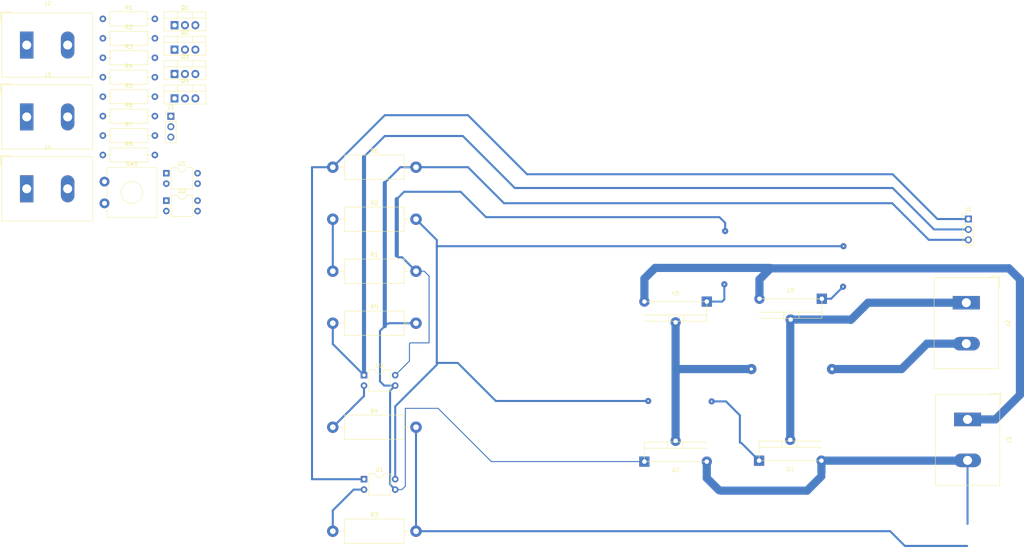
<source format=kicad_pcb>
(kicad_pcb (version 20240108) (generator "pcbnew") (generator_version "8.0")
  (title_block (title "Puente H Power Mosfet") (date "21/08/2024") (rev "1") (company "Danilo Melión"))
  (layers (0 "F.Cu" signal) (31 "B.Cu" signal) (34 "B.Paste" user) (35 "F.Paste" user) (36 "B.SilkS" user "B.Silkscreen") (37 "F.SilkS" user "F.Silkscreen") (38 "B.Mask" user) (39 "F.Mask" user) (44 "Edge.Cuts" user))
  (net 0 "")
  (net 1 "PWM1")
  (net 2 "PWM2")
  (net 3 "GND")
  (net 4 "Net-(J2-Pin_1)")
  (net 5 "Net-(J2-Pin_2)")
  (net 6 "Net-(Q1-G)")
  (net 7 "Net-(Q2-G)")
  (net 8 "Net-(R3-Pad1)")
  (net 9 "Net-(R4-Pad1)")
  (net 10 "+12V")
  (net 11 "+24V")
  (net 12 "Net-(SW2-B)")
  (net 13 "+15V")
  (net 14 "Net-(Q3-G)")
  (net 15 "Net-(R1-Pad2)")
  (net 16 "Net-(SW1-B)")
  (net 17 "Net-(R6-Pad1)")
  (net 18 "Net-(R7-Pad1)")
  (net 19 "GND PWR")
  (footprint "Package_DIP:DIP-4_W7.62mm" (layer "F.Cu") (at 88.9 88.9)
    (property "Reference" "U2" (at 3.81 -2.33 0) (layer "F.SilkS"))
    (property "Value" "PC817")
    (fp_line (start 1.16 -1.33) (end 1.16 3.87) (stroke (width 0.12)) (layer "F.SilkS"))
    (fp_line (start 1.16 3.87) (end 6.46 3.87) (stroke (width 0.12)) (layer "F.SilkS"))
    (fp_line (start 2.81 -1.33) (end 1.16 -1.33) (stroke (width 0.12)) (layer "F.SilkS"))
    (fp_line (start 6.46 -1.33) (end 4.81 -1.33) (stroke (width 0.12)) (layer "F.SilkS"))
    (fp_line (start 6.46 3.87) (end 6.46 -1.33) (stroke (width 0.12)) (layer "F.SilkS"))
    (fp_arc (start 4.81 -1.33) (mid 3.81 -0.33) (end 2.81 -1.33) (stroke (width 0.12)) (layer "F.SilkS"))
    (pad "1" thru_hole rect (at 0 0) (size 1.6 1.6) (drill 0.8) (layers "*.Cu" "*.Mask") (net 2 "PWM2"))
    (pad "2" thru_hole oval (at 0 2.54) (size 1.6 1.6) (drill 0.8) (layers "*.Cu" "*.Mask") (net 9 "Net-(R4-Pad1)"))
    (pad "3" thru_hole oval (at 7.62 2.54) (size 1.6 1.6) (drill 0.8) (layers "*.Cu" "*.Mask") (net 3 "GND"))
    (pad "4" thru_hole oval (at 7.62 0) (size 1.6 1.6) (drill 0.8) (layers "*.Cu" "*.Mask") (net 7 "Net-(Q2-G)"))
  )
  (footprint "Resistor_THT:R_Axial_DIN0614_L14.3mm_D5.7mm_P20.32mm_Horizontal" (layer "F.Cu") (at 81.28 63.5)
    (property "Reference" "R1" (at 10.16 -3.97 0) (layer "F.SilkS"))
    (property "Value" "1k")
    (fp_line (start 1.64 0) (end 2.89 0) (stroke (width 0.12)) (layer "F.SilkS"))
    (fp_line (start 2.89 -2.97) (end 2.89 2.97) (stroke (width 0.12)) (layer "F.SilkS"))
    (fp_line (start 2.89 2.97) (end 17.43 2.97) (stroke (width 0.12)) (layer "F.SilkS"))
    (fp_line (start 17.43 -2.97) (end 2.89 -2.97) (stroke (width 0.12)) (layer "F.SilkS"))
    (fp_line (start 17.43 2.97) (end 17.43 -2.97) (stroke (width 0.12)) (layer "F.SilkS"))
    (fp_line (start 18.68 0) (end 17.43 0) (stroke (width 0.12)) (layer "F.SilkS"))
    (pad "1" thru_hole circle (at 0 0) (size 2.8 2.8) (drill 1.4) (layers "*.Cu" "*.Mask") (net 10 "+12V"))
    (pad "2" thru_hole oval (at 20.32 0) (size 2.8 2.8) (drill 1.4) (layers "*.Cu" "*.Mask") (net 7 "Net-(Q2-G)"))
  )
  (footprint "Package_DIP:DIP-4_W7.62mm" (layer "F.Cu") (at 88.9 114.3)
    (property "Reference" "U1" (at 3.81 -2.33 0) (layer "F.SilkS"))
    (property "Value" "PC817")
    (fp_line (start 1.16 -1.33) (end 1.16 3.87) (stroke (width 0.12)) (layer "F.SilkS"))
    (fp_line (start 1.16 3.87) (end 6.46 3.87) (stroke (width 0.12)) (layer "F.SilkS"))
    (fp_line (start 2.81 -1.33) (end 1.16 -1.33) (stroke (width 0.12)) (layer "F.SilkS"))
    (fp_line (start 6.46 -1.33) (end 4.81 -1.33) (stroke (width 0.12)) (layer "F.SilkS"))
    (fp_line (start 6.46 3.87) (end 6.46 -1.33) (stroke (width 0.12)) (layer "F.SilkS"))
    (fp_arc (start 4.81 -1.33) (mid 3.81 -0.33) (end 2.81 -1.33) (stroke (width 0.12)) (layer "F.SilkS"))
    (pad "1" thru_hole rect (at 0 0) (size 1.6 1.6) (drill 0.8) (layers "*.Cu" "*.Mask") (net 1 "PWM1"))
    (pad "2" thru_hole oval (at 0 2.54) (size 1.6 1.6) (drill 0.8) (layers "*.Cu" "*.Mask") (net 8 "Net-(R3-Pad1)"))
    (pad "3" thru_hole oval (at 7.62 2.54) (size 1.6 1.6) (drill 0.8) (layers "*.Cu" "*.Mask") (net 3 "GND"))
    (pad "4" thru_hole oval (at 7.62 0) (size 1.6 1.6) (drill 0.8) (layers "*.Cu" "*.Mask") (net 6 "Net-(Q1-G)"))
  )
  (footprint "Package_DIP:DIP-4_W7.62mm" (layer "F.Cu") (at 40.625 39.575)
    (property "Reference" "U1" (at 3.81 -2.33 0) (layer "F.SilkS"))
    (property "Value" "PC817")
    (fp_line (start 1.16 -1.33) (end 1.16 3.87) (stroke (width 0.12)) (layer "F.SilkS"))
    (fp_line (start 1.16 3.87) (end 6.46 3.87) (stroke (width 0.12)) (layer "F.SilkS"))
    (fp_line (start 2.81 -1.33) (end 1.16 -1.33) (stroke (width 0.12)) (layer "F.SilkS"))
    (fp_line (start 6.46 -1.33) (end 4.81 -1.33) (stroke (width 0.12)) (layer "F.SilkS"))
    (fp_line (start 6.46 3.87) (end 6.46 -1.33) (stroke (width 0.12)) (layer "F.SilkS"))
    (fp_arc (start 4.81 -1.33) (mid 3.81 -0.33) (end 2.81 -1.33) (stroke (width 0.12)) (layer "F.SilkS"))
    (pad "1" thru_hole rect (at 0 0) (size 1.6 1.6) (drill 0.8) (layers "*.Cu" "*.Mask") (net 15 "Net-(R1-Pad2)"))
    (pad "2" thru_hole oval (at 0 2.54) (size 1.6 1.6) (drill 0.8) (layers "*.Cu" "*.Mask") (net 8 "Net-(R3-Pad1)"))
    (pad "3" thru_hole oval (at 7.62 2.54) (size 1.6 1.6) (drill 0.8) (layers "*.Cu" "*.Mask") (net 19 "GND PWR"))
    (pad "4" thru_hole oval (at 7.62 0) (size 1.6 1.6) (drill 0.8) (layers "*.Cu" "*.Mask") (net 6 "Net-(Q1-G)"))
  )
  (footprint "Package_TO_SOT_THT:TO-220-3_Vertical" (layer "F.Cu") (at 42.635 21.305)
    (property "Reference" "Q4" (at 2.54 -4.27 0) (layer "F.SilkS"))
    (property "Value" "IRLZ44N")
    (fp_line (start -2.58 -3.27) (end -2.58 1.371) (stroke (width 0.12)) (layer "F.SilkS"))
    (fp_line (start -2.58 -3.27) (end 7.66 -3.27) (stroke (width 0.12)) (layer "F.SilkS"))
    (fp_line (start -2.58 -1.76) (end 7.66 -1.76) (stroke (width 0.12)) (layer "F.SilkS"))
    (fp_line (start -2.58 1.371) (end 7.66 1.371) (stroke (width 0.12)) (layer "F.SilkS"))
    (fp_line (start 0.69 -3.27) (end 0.69 -1.76) (stroke (width 0.12)) (layer "F.SilkS"))
    (fp_line (start 4.391 -3.27) (end 4.391 -1.76) (stroke (width 0.12)) (layer "F.SilkS"))
    (fp_line (start 7.66 -3.27) (end 7.66 1.371) (stroke (width 0.12)) (layer "F.SilkS"))
    (pad "1" thru_hole rect (at 0 0) (size 1.905 2) (drill 1.1) (layers "*.Cu" "*.Mask") (net 14 "Net-(Q3-G)"))
    (pad "2" thru_hole oval (at 2.54 0) (size 1.905 2) (drill 1.1) (layers "*.Cu" "*.Mask") (net 5 "Net-(J2-Pin_2)"))
    (pad "3" thru_hole oval (at 5.08 0) (size 1.905 2) (drill 1.1) (layers "*.Cu" "*.Mask") (net 19 "GND PWR"))
  )
  (footprint "custom_footprint:to-220 editado" (layer "F.Cu") (at 193 112.31)
    (property "Reference" "Q1" (at 0 -0.5 0) (layer "F.SilkS") (effects (font (thickness 0.1))))
    (property "Value" "IRLZ44N")
    (fp_line (start -7.62 -7.32) (end -7.62 -2.54) (stroke (width 0.12)) (layer "F.SilkS"))
    (fp_line (start -7.62 -7.32) (end 4.95 -7.32) (stroke (width 0.12)) (layer "F.SilkS"))
    (fp_line (start -7.62 -5.81) (end 7.62 -5.81) (stroke (width 0.12)) (layer "F.SilkS"))
    (fp_line (start -7.62 -2.54) (end 7.62 -2.54) (stroke (width 0.12)) (layer "F.SilkS"))
    (fp_line (start -2.02 -7.32) (end -2.02 -5.81) (stroke (width 0.12)) (layer "F.SilkS"))
    (fp_line (start 1.681 -7.32) (end 1.681 -5.81) (stroke (width 0.12)) (layer "F.SilkS"))
    (fp_line (start 7.62 -7.32) (end 4.95 -7.32) (stroke (width 0.12)) (layer "F.SilkS"))
    (pad "1" thru_hole rect (at -7.62 -2.54) (size 2.5 2.5) (drill 1.1) (layers "*.Cu" "*.Mask") (net 6 "Net-(Q1-G)"))
    (pad "2" thru_hole circle (at 0 -7.62) (size 2.5 2.5) (drill 1.1) (layers "*.Cu" "*.Mask") (net 4 "Net-(J2-Pin_1)"))
    (pad "3" thru_hole circle (at 7.62 -2.54) (size 2.5 2.5) (drill 1.1) (layers "*.Cu" "*.Mask") (net 3 "GND"))
  )
  (footprint "custom_footprint:to-220 editado" (layer "F.Cu") (at 165 68.38 180)
    (property "Reference" "Q4" (at 0 -0.5 180) (layer "F.SilkS") (effects (font (thickness 0.1))))
    (property "Value" "IRF4905")
    (fp_line (start 7.62 -7.32) (end 4.95 -7.32) (stroke (width 0.12)) (layer "F.SilkS"))
    (fp_line (start 1.681 -7.32) (end 1.681 -5.81) (stroke (width 0.12)) (layer "F.SilkS"))
    (fp_line (start -2.02 -7.32) (end -2.02 -5.81) (stroke (width 0.12)) (layer "F.SilkS"))
    (fp_line (start -7.62 -2.54) (end 7.62 -2.54) (stroke (width 0.12)) (layer "F.SilkS"))
    (fp_line (start -7.62 -5.81) (end 7.62 -5.81) (stroke (width 0.12)) (layer "F.SilkS"))
    (fp_line (start -7.62 -7.32) (end 4.95 -7.32) (stroke (width 0.12)) (layer "F.SilkS"))
    (fp_line (start -7.62 -7.32) (end -7.62 -2.54) (stroke (width 0.12)) (layer "F.SilkS"))
    (pad "1" thru_hole rect (at -7.62 -2.54 180) (size 2.5 2.5) (drill 1.1) (layers "*.Cu" "*.Mask") (net 7 "Net-(Q2-G)"))
    (pad "2" thru_hole oval (at 0 -7.62 180) (size 2.5 2.5) (drill 1.1) (layers "*.Cu" "*.Mask") (net 5 "Net-(J2-Pin_2)"))
    (pad "3" thru_hole oval (at 7.62 -2.54 180) (size 2.5 2.5) (drill 1.1) (layers "*.Cu" "*.Mask") (net 11 "+24V"))
  )
  (footprint "Resistor_THT:R_Axial_DIN0309_L9.0mm_D3.2mm_P12.70mm_Horizontal" (layer "F.Cu") (at 25.125 16.125)
    (property "Reference" "R4" (at 6.35 -2.72 0) (layer "F.SilkS"))
    (property "Value" "1k")
    (fp_line (start 1.04 0) (end 1.73 0) (stroke (width 0.12)) (layer "F.SilkS"))
    (fp_line (start 1.73 -1.72) (end 1.73 1.72) (stroke (width 0.12)) (layer "F.SilkS"))
    (fp_line (start 1.73 1.72) (end 10.97 1.72) (stroke (width 0.12)) (layer "F.SilkS"))
    (fp_line (start 10.97 -1.72) (end 1.73 -1.72) (stroke (width 0.12)) (layer "F.SilkS"))
    (fp_line (start 10.97 1.72) (end 10.97 -1.72) (stroke (width 0.12)) (layer "F.SilkS"))
    (fp_line (start 11.66 0) (end 10.97 0) (stroke (width 0.12)) (layer "F.SilkS"))
    (pad "1" thru_hole circle (at 0 0) (size 1.6 1.6) (drill 0.8) (layers "*.Cu" "*.Mask") (net 13 "+15V"))
    (pad "2" thru_hole oval (at 12.7 0) (size 1.6 1.6) (drill 0.8) (layers "*.Cu" "*.Mask") (net 6 "Net-(Q1-G)"))
  )
  (footprint "Package_TO_SOT_THT:TO-220-3_Vertical" (layer "F.Cu") (at 42.635 3.425)
    (property "Reference" "Q1" (at 2.54 -4.27 0) (layer "F.SilkS"))
    (property "Value" "IRF4905")
    (fp_line (start -2.58 -3.27) (end -2.58 1.371) (stroke (width 0.12)) (layer "F.SilkS"))
    (fp_line (start -2.58 -3.27) (end 7.66 -3.27) (stroke (width 0.12)) (layer "F.SilkS"))
    (fp_line (start -2.58 -1.76) (end 7.66 -1.76) (stroke (width 0.12)) (layer "F.SilkS"))
    (fp_line (start -2.58 1.371) (end 7.66 1.371) (stroke (width 0.12)) (layer "F.SilkS"))
    (fp_line (start 0.69 -3.27) (end 0.69 -1.76) (stroke (width 0.12)) (layer "F.SilkS"))
    (fp_line (start 4.391 -3.27) (end 4.391 -1.76) (stroke (width 0.12)) (layer "F.SilkS"))
    (fp_line (start 7.66 -3.27) (end 7.66 1.371) (stroke (width 0.12)) (layer "F.SilkS"))
    (pad "1" thru_hole rect (at 0 0) (size 1.905 2) (drill 1.1) (layers "*.Cu" "*.Mask") (net 6 "Net-(Q1-G)"))
    (pad "2" thru_hole oval (at 2.54 0) (size 1.905 2) (drill 1.1) (layers "*.Cu" "*.Mask") (net 4 "Net-(J2-Pin_1)"))
    (pad "3" thru_hole oval (at 5.08 0) (size 1.905 2) (drill 1.1) (layers "*.Cu" "*.Mask") (net 11 "+24V"))
  )
  (footprint "Resistor_THT:R_Axial_DIN0309_L9.0mm_D3.2mm_P12.70mm_Horizontal" (layer "F.Cu") (at 25.125 25.625)
    (property "Reference" "R6" (at 6.35 -2.72 0) (layer "F.SilkS"))
    (property "Value" "100")
    (fp_line (start 1.04 0) (end 1.73 0) (stroke (width 0.12)) (layer "F.SilkS"))
    (fp_line (start 1.73 -1.72) (end 1.73 1.72) (stroke (width 0.12)) (layer "F.SilkS"))
    (fp_line (start 1.73 1.72) (end 10.97 1.72) (stroke (width 0.12)) (layer "F.SilkS"))
    (fp_line (start 10.97 -1.72) (end 1.73 -1.72) (stroke (width 0.12)) (layer "F.SilkS"))
    (fp_line (start 10.97 1.72) (end 10.97 -1.72) (stroke (width 0.12)) (layer "F.SilkS"))
    (fp_line (start 11.66 0) (end 10.97 0) (stroke (width 0.12)) (layer "F.SilkS"))
    (pad "1" thru_hole circle (at 0 0) (size 1.6 1.6) (drill 0.8) (layers "*.Cu" "*.Mask") (net 17 "Net-(R6-Pad1)"))
    (pad "2" thru_hole oval (at 12.7 0) (size 1.6 1.6) (drill 0.8) (layers "*.Cu" "*.Mask") (net 16 "Net-(SW1-B)"))
  )
  (footprint "TerminalBlock_Dinkle:TerminalBlock_Dinkle_DT-55-B01X-02_P10.00mm" (layer "F.Cu") (at 236.3 99.7 -90)
    (property "Reference" "J3" (at 5.08 -10.16 90) (layer "F.SilkS"))
    (property "Value" "Alimentación")
    (fp_line (start -6.1 7.85) (end 16.1 7.85) (stroke (width 0.12)) (layer "F.SilkS"))
    (fp_line (start -6.1 7.85) (end -6.1 -7.85) (stroke (width 0.12)) (layer "F.SilkS"))
    (fp_line (start -6.35 -5.6) (end -6.35 -8.1) (stroke (width 0.12)) (layer "F.SilkS"))
    (fp_line (start -6.1 -7.85) (end 16.1 -7.85) (stroke (width 0.12)) (layer "F.SilkS"))
    (fp_line (start 16.1 -7.85) (end 16.1 7.85) (stroke (width 0.12)) (layer "F.SilkS"))
    (fp_line (start -6.35 -8.1) (end -3.85 -8.1) (stroke (width 0.12)) (layer "F.SilkS"))
    (pad "1" thru_hole rect (at 0 0 270) (size 3.3 6.6) (drill 2.2) (layers "*.Cu" "*.Mask") (net 11 "+24V"))
    (pad "2" thru_hole oval (at 10 0 270) (size 3.3 6.6) (drill 2.2) (layers "*.Cu" "*.Mask") (net 3 "GND"))
  )
  (footprint "Resistor_THT:R_Axial_DIN0614_L14.3mm_D5.7mm_P20.32mm_Horizontal" (layer "F.Cu") (at 81.28 50.8)
    (property "Reference" "R2" (at 10.16 -3.97 0) (layer "F.SilkS"))
    (property "Value" "1k")
    (fp_line (start 1.64 0) (end 2.89 0) (stroke (width 0.12)) (layer "F.SilkS"))
    (fp_line (start 2.89 -2.97) (end 2.89 2.97) (stroke (width 0.12)) (layer "F.SilkS"))
    (fp_line (start 2.89 2.97) (end 17.43 2.97) (stroke (width 0.12)) (layer "F.SilkS"))
    (fp_line (start 17.43 -2.97) (end 2.89 -2.97) (stroke (width 0.12)) (layer "F.SilkS"))
    (fp_line (start 17.43 2.97) (end 17.43 -2.97) (stroke (width 0.12)) (layer "F.SilkS"))
    (fp_line (start 18.68 0) (end 17.43 0) (stroke (width 0.12)) (layer "F.SilkS"))
    (pad "1" thru_hole circle (at 0 0) (size 2.8 2.8) (drill 1.4) (layers "*.Cu" "*.Mask") (net 10 "+12V"))
    (pad "2" thru_hole oval (at 20.32 0) (size 2.8 2.8) (drill 1.4) (layers "*.Cu" "*.Mask") (net 6 "Net-(Q1-G)"))
  )
  (footprint "TerminalBlock_Dinkle:TerminalBlock_Dinkle_DT-55-B01X-02_P10.00mm" (layer "F.Cu") (at 6.525 25.825)
    (property "Reference" "J3" (at 5.08 -10.16 0) (layer "F.SilkS"))
    (property "Value" "24V Alimentación")
    (fp_line (start -6.35 -8.1) (end -3.85 -8.1) (stroke (width 0.12)) (layer "F.SilkS"))
    (fp_line (start -6.35 -5.6) (end -6.35 -8.1) (stroke (width 0.12)) (layer "F.SilkS"))
    (fp_line (start -6.1 -7.85) (end 16.1 -7.85) (stroke (width 0.12)) (layer "F.SilkS"))
    (fp_line (start -6.1 7.85) (end -6.1 -7.85) (stroke (width 0.12)) (layer "F.SilkS"))
    (fp_line (start -6.1 7.85) (end 16.1 7.85) (stroke (width 0.12)) (layer "F.SilkS"))
    (fp_line (start 16.1 -7.85) (end 16.1 7.85) (stroke (width 0.12)) (layer "F.SilkS"))
    (pad "1" thru_hole rect (at 0 0) (size 3.3 6.6) (drill 2.2) (layers "*.Cu" "*.Mask") (net 11 "+24V"))
    (pad "2" thru_hole oval (at 10 0) (size 3.3 6.6) (drill 2.2) (layers "*.Cu" "*.Mask") (net 19 "GND PWR"))
  )
  (footprint "Resistor_THT:R_Axial_DIN0309_L9.0mm_D3.2mm_P12.70mm_Horizontal" (layer "F.Cu") (at 25.125 30.375)
    (property "Reference" "R7" (at 6.35 -2.72 0) (layer "F.SilkS"))
    (property "Value" "4k7")
    (fp_line (start 1.04 0) (end 1.73 0) (stroke (width 0.12)) (layer "F.SilkS"))
    (fp_line (start 1.73 -1.72) (end 1.73 1.72) (stroke (width 0.12)) (layer "F.SilkS"))
    (fp_line (start 1.73 1.72) (end 10.97 1.72) (stroke (width 0.12)) (layer "F.SilkS"))
    (fp_line (start 10.97 -1.72) (end 1.73 -1.72) (stroke (width 0.12)) (layer "F.SilkS"))
    (fp_line (start 10.97 1.72) (end 10.97 -1.72) (stroke (width 0.12)) (layer "F.SilkS"))
    (fp_line (start 11.66 0) (end 10.97 0) (stroke (width 0.12)) (layer "F.SilkS"))
    (pad "1" thru_hole circle (at 0 0) (size 1.6 1.6) (drill 0.8) (layers "*.Cu" "*.Mask") (net 18 "Net-(R7-Pad1)"))
    (pad "2" thru_hole oval (at 12.7 0) (size 1.6 1.6) (drill 0.8) (layers "*.Cu" "*.Mask") (net 3 "GND"))
  )
  (footprint "Resistor_THT:R_Axial_DIN0614_L14.3mm_D5.7mm_P20.32mm_Horizontal" (layer "F.Cu") (at 81.28 76.2)
    (property "Reference" "R5" (at 10.16 -3.97 0) (layer "F.SilkS"))
    (property "Value" "4k7")
    (fp_line (start 1.64 0) (end 2.89 0) (stroke (width 0.12)) (layer "F.SilkS"))
    (fp_line (start 2.89 -2.97) (end 2.89 2.97) (stroke (width 0.12)) (layer "F.SilkS"))
    (fp_line (start 2.89 2.97) (end 17.43 2.97) (stroke (width 0.12)) (layer "F.SilkS"))
    (fp_line (start 17.43 -2.97) (end 2.89 -2.97) (stroke (width 0.12)) (layer "F.SilkS"))
    (fp_line (start 17.43 2.97) (end 17.43 -2.97) (stroke (width 0.12)) (layer "F.SilkS"))
    (fp_line (start 18.68 0) (end 17.43 0) (stroke (width 0.12)) (layer "F.SilkS"))
    (pad "1" thru_hole circle (at 0 0) (size 2.8 2.8) (drill 1.4) (layers "*.Cu" "*.Mask") (net 2 "PWM2"))
    (pad "2" thru_hole oval (at 20.32 0) (size 2.8 2.8) (drill 1.4) (layers "*.Cu" "*.Mask") (net 3 "GND"))
  )
  (footprint "TerminalBlock_Dinkle:TerminalBlock_Dinkle_DT-55-B01X-02_P10.00mm" (layer "F.Cu") (at 6.525 8.275)
    (property "Reference" "J2" (at 5.08 -10.16 0) (layer "F.SilkS"))
    (property "Value" "MOTOR")
    (fp_line (start -6.35 -8.1) (end -3.85 -8.1) (stroke (width 0.12)) (layer "F.SilkS"))
    (fp_line (start -6.35 -5.6) (end -6.35 -8.1) (stroke (width 0.12)) (layer "F.SilkS"))
    (fp_line (start -6.1 -7.85) (end 16.1 -7.85) (stroke (width 0.12)) (layer "F.SilkS"))
    (fp_line (start -6.1 7.85) (end -6.1 -7.85) (stroke (width 0.12)) (layer "F.SilkS"))
    (fp_line (start -6.1 7.85) (end 16.1 7.85) (stroke (width 0.12)) (layer "F.SilkS"))
    (fp_line (start 16.1 -7.85) (end 16.1 7.85) (stroke (width 0.12)) (layer "F.SilkS"))
    (pad "1" thru_hole rect (at 0 0) (size 3.3 6.6) (drill 2.2) (layers "*.Cu" "*.Mask") (net 4 "Net-(J2-Pin_1)"))
    (pad "2" thru_hole oval (at 10 0) (size 3.3 6.6) (drill 2.2) (layers "*.Cu" "*.Mask") (net 5 "Net-(J2-Pin_2)"))
  )
  (footprint "Connector_PinHeader_2.54mm:PinHeader_1x03_P2.54mm_Vertical" (layer "F.Cu") (at 236.5 50.76)
    (property "Reference" "J1" (at 0 -2.33 0) (layer "F.SilkS"))
    (property "Value" "BORNERA X3")
    (fp_line (start -1.33 -1.33) (end 0 -1.33) (stroke (width 0.12)) (layer "F.SilkS"))
    (fp_line (start -1.33 0) (end -1.33 -1.33) (stroke (width 0.12)) (layer "F.SilkS"))
    (fp_line (start -1.33 1.27) (end -1.33 6.41) (stroke (width 0.12)) (layer "F.SilkS"))
    (fp_line (start -1.33 1.27) (end 1.33 1.27) (stroke (width 0.12)) (layer "F.SilkS"))
    (fp_line (start -1.33 6.41) (end 1.33 6.41) (stroke (width 0.12)) (layer "F.SilkS"))
    (fp_line (start 1.33 1.27) (end 1.33 6.41) (stroke (width 0.12)) (layer "F.SilkS"))
    (pad "1" thru_hole rect (at 0 0) (size 1.7 1.7) (drill 1) (layers "*.Cu" "*.Mask") (net 1 "PWM1"))
    (pad "2" thru_hole oval (at 0 2.54) (size 1.7 1.7) (drill 1) (layers "*.Cu" "*.Mask") (net 2 "PWM2"))
    (pad "3" thru_hole oval (at 0 5.08) (size 1.7 1.7) (drill 1) (layers "*.Cu" "*.Mask") (net 3 "GND"))
  )
  (footprint "custom_footprint:to-220 editado" (layer "F.Cu") (at 193.1 67.69 180)
    (property "Reference" "Q3" (at 0 -0.5 180) (layer "F.SilkS") (effects (font (thickness 0.1))))
    (property "Value" "IRF4905")
    (fp_line (start 7.62 -7.32) (end 4.95 -7.32) (stroke (width 0.12)) (layer "F.SilkS"))
    (fp_line (start 1.681 -7.32) (end 1.681 -5.81) (stroke (width 0.12)) (layer "F.SilkS"))
    (fp_line (start -2.02 -7.32) (end -2.02 -5.81) (stroke (width 0.12)) (layer "F.SilkS"))
    (fp_line (start -7.62 -2.54) (end 7.62 -2.54) (stroke (width 0.12)) (layer "F.SilkS"))
    (fp_line (start -7.62 -5.81) (end 7.62 -5.81) (stroke (width 0.12)) (layer "F.SilkS"))
    (fp_line (start -7.62 -7.32) (end 4.95 -7.32) (stroke (width 0.12)) (layer "F.SilkS"))
    (fp_line (start -7.62 -7.32) (end -7.62 -2.54) (stroke (width 0.12)) (layer "F.SilkS"))
    (pad "1" thru_hole rect (at -7.62 -2.54 180) (size 2.5 2.5) (drill 1.1) (layers "*.Cu" "*.Mask") (net 6 "Net-(Q1-G)"))
    (pad "2" thru_hole circle (at 0 -7.62 180) (size 2.5 2.5) (drill 1.1) (layers "*.Cu" "*.Mask") (net 4 "Net-(J2-Pin_1)"))
    (pad "3" thru_hole circle (at 7.62 -2.54 180) (size 2.5 2.5) (drill 1.1) (layers "*.Cu" "*.Mask") (net 11 "+24V"))
  )
  (footprint "Package_TO_SOT_THT:TO-220-3_Vertical" (layer "F.Cu") (at 42.635 15.345)
    (property "Reference" "Q3" (at 2.54 -4.27 0) (layer "F.SilkS"))
    (property "Value" "IRF4905")
    (fp_line (start -2.58 -3.27) (end -2.58 1.371) (stroke (width 0.12)) (layer "F.SilkS"))
    (fp_line (start -2.58 -3.27) (end 7.66 -3.27) (stroke (width 0.12)) (layer "F.SilkS"))
    (fp_line (start -2.58 -1.76) (end 7.66 -1.76) (stroke (width 0.12)) (layer "F.SilkS"))
    (fp_line (start -2.58 1.371) (end 7.66 1.371) (stroke (width 0.12)) (layer "F.SilkS"))
    (fp_line (start 0.69 -3.27) (end 0.69 -1.76) (stroke (width 0.12)) (layer "F.SilkS"))
    (fp_line (start 4.391 -3.27) (end 4.391 -1.76) (stroke (width 0.12)) (layer "F.SilkS"))
    (fp_line (start 7.66 -3.27) (end 7.66 1.371) (stroke (width 0.12)) (layer "F.SilkS"))
    (pad "1" thru_hole rect (at 0 0) (size 1.905 2) (drill 1.1) (layers "*.Cu" "*.Mask") (net 14 "Net-(Q3-G)"))
    (pad "2" thru_hole oval (at 2.54 0) (size 1.905 2) (drill 1.1) (layers "*.Cu" "*.Mask") (net 5 "Net-(J2-Pin_2)"))
    (pad "3" thru_hole oval (at 5.08 0) (size 1.905 2) (drill 1.1) (layers "*.Cu" "*.Mask") (net 11 "+24V"))
  )
  (footprint "Resistor_THT:R_Axial_DIN0309_L9.0mm_D3.2mm_P12.70mm_Horizontal" (layer "F.Cu") (at 25.125 1.875)
    (property "Reference" "R1" (at 6.35 -2.72 0) (layer "F.SilkS"))
    (property "Value" "330")
    (fp_line (start 1.04 0) (end 1.73 0) (stroke (width 0.12)) (layer "F.SilkS"))
    (fp_line (start 1.73 -1.72) (end 1.73 1.72) (stroke (width 0.12)) (layer "F.SilkS"))
    (fp_line (start 1.73 1.72) (end 10.97 1.72) (stroke (width 0.12)) (layer "F.SilkS"))
    (fp_line (start 10.97 -1.72) (end 1.73 -1.72) (stroke (width 0.12)) (layer "F.SilkS"))
    (fp_line (start 10.97 1.72) (end 10.97 -1.72) (stroke (width 0.12)) (layer "F.SilkS"))
    (fp_line (start 11.66 0) (end 10.97 0) (stroke (width 0.12)) (layer "F.SilkS"))
    (pad "1" thru_hole circle (at 0 0) (size 1.6 1.6) (drill 0.8) (layers "*.Cu" "*.Mask") (net 1 "PWM1"))
    (pad "2" thru_hole oval (at 12.7 0) (size 1.6 1.6) (drill 0.8) (layers "*.Cu" "*.Mask") (net 15 "Net-(R1-Pad2)"))
  )
  (footprint "Resistor_THT:R_Axial_DIN0614_L14.3mm_D5.7mm_P20.32mm_Horizontal" (layer "F.Cu") (at 81.28 101.6)
    (property "Reference" "R4" (at 10.16 -3.97 0) (layer "F.SilkS"))
    (property "Value" "100")
    (fp_line (start 1.64 0) (end 2.89 0) (stroke (width 0.12)) (layer "F.SilkS"))
    (fp_line (start 2.89 -2.97) (end 2.89 2.97) (stroke (width 0.12)) (layer "F.SilkS"))
    (fp_line (start 2.89 2.97) (end 17.43 2.97) (stroke (width 0.12)) (layer "F.SilkS"))
    (fp_line (start 17.43 -2.97) (end 2.89 -2.97) (stroke (width 0.12)) (layer "F.SilkS"))
    (fp_line (start 17.43 2.97) (end 17.43 -2.97) (stroke (width 0.12)) (layer "F.SilkS"))
    (fp_line (start 18.68 0) (end 17.43 0) (stroke (width 0.12)) (layer "F.SilkS"))
    (pad "1" thru_hole circle (at 0 0) (size 2.8 2.8) (drill 1.4) (layers "*.Cu" "*.Mask") (net 9 "Net-(R4-Pad1)"))
    (pad "2" thru_hole oval (at 20.32 0) (size 2.8 2.8) (drill 1.4) (layers "*.Cu" "*.Mask") (net 12 "Net-(SW2-B)"))
  )
  (footprint "Resistor_THT:R_Axial_DIN0309_L9.0mm_D3.2mm_P12.70mm_Horizontal" (layer "F.Cu") (at 25.125 20.875)
    (property "Reference" "R5" (at 6.35 -2.72 0) (layer "F.SilkS"))
    (property "Value" "1k")
    (fp_line (start 1.04 0) (end 1.73 0) (stroke (width 0.12)) (layer "F.SilkS"))
    (fp_line (start 1.73 -1.72) (end 1.73 1.72) (stroke (width 0.12)) (layer "F.SilkS"))
    (fp_line (start 1.73 1.72) (end 10.97 1.72) (stroke (width 0.12)) (layer "F.SilkS"))
    (fp_line (start 10.97 -1.72) (end 1.73 -1.72) (stroke (width 0.12)) (layer "F.SilkS"))
    (fp_line (start 10.97 1.72) (end 10.97 -1.72) (stroke (width 0.12)) (layer "F.SilkS"))
    (fp_line (start 11.66 0) (end 10.97 0) (stroke (width 0.12)) (layer "F.SilkS"))
    (pad "1" thru_hole circle (at 0 0) (size 1.6 1.6) (drill 0.8) (layers "*.Cu" "*.Mask") (net 13 "+15V"))
    (pad "2" thru_hole oval (at 12.7 0) (size 1.6 1.6) (drill 0.8) (layers "*.Cu" "*.Mask") (net 14 "Net-(Q3-G)"))
  )
  (footprint "Connector_PinHeader_2.54mm:PinHeader_1x03_P2.54mm_Vertical" (layer "F.Cu") (at 41.725 25.665)
    (property "Reference" "J1" (at 0 -2.33 0) (layer "F.SilkS"))
    (property "Value" "PWM")
    (fp_line (start -1.33 -1.33) (end 0 -1.33) (stroke (width 0.12)) (layer "F.SilkS"))
    (fp_line (start -1.33 0) (end -1.33 -1.33) (stroke (width 0.12)) (layer "F.SilkS"))
    (fp_line (start -1.33 1.27) (end -1.33 6.41) (stroke (width 0.12)) (layer "F.SilkS"))
    (fp_line (start -1.33 1.27) (end 1.33 1.27) (stroke (width 0.12)) (layer "F.SilkS"))
    (fp_line (start -1.33 6.41) (end 1.33 6.41) (stroke (width 0.12)) (layer "F.SilkS"))
    (fp_line (start 1.33 1.27) (end 1.33 6.41) (stroke (width 0.12)) (layer "F.SilkS"))
    (pad "1" thru_hole rect (at 0 0) (size 1.7 1.7) (drill 1) (layers "*.Cu" "*.Mask") (net 1 "PWM1"))
    (pad "2" thru_hole oval (at 0 2.54) (size 1.7 1.7) (drill 1) (layers "*.Cu" "*.Mask") (net 2 "PWM2"))
    (pad "3" thru_hole oval (at 0 5.08) (size 1.7 1.7) (drill 1) (layers "*.Cu" "*.Mask") (net 3 "GND"))
  )
  (footprint "TerminalBlock_Dinkle:TerminalBlock_Dinkle_DT-55-B01X-02_P10.00mm" (layer "F.Cu") (at 236 71.2 -90)
    (property "Reference" "J2" (at 5.08 -10.16 90) (layer "F.SilkS"))
    (property "Value" "MOTOR")
    (fp_line (start -6.1 7.85) (end 16.1 7.85) (stroke (width 0.12)) (layer "F.SilkS"))
    (fp_line (start -6.1 7.85) (end -6.1 -7.85) (stroke (width 0.12)) (layer "F.SilkS"))
    (fp_line (start -6.35 -5.6) (end -6.35 -8.1) (stroke (width 0.12)) (layer "F.SilkS"))
    (fp_line (start -6.1 -7.85) (end 16.1 -7.85) (stroke (width 0.12)) (layer "F.SilkS"))
    (fp_line (start 16.1 -7.85) (end 16.1 7.85) (stroke (width 0.12)) (layer "F.SilkS"))
    (fp_line (start -6.35 -8.1) (end -3.85 -8.1) (stroke (width 0.12)) (layer "F.SilkS"))
    (pad "1" thru_hole rect (at 0 0 270) (size 3.3 6.6) (drill 2.2) (layers "*.Cu" "*.Mask") (net 4 "Net-(J2-Pin_1)"))
    (pad "2" thru_hole oval (at 10 0 270) (size 3.3 6.6) (drill 2.2) (layers "*.Cu" "*.Mask") (net 5 "Net-(J2-Pin_2)"))
  )
  (footprint "Button_Switch_THT:SW_CW_GPTS203211B" (layer "F.Cu") (at 25.525 41.625)
    (property "Reference" "SW1" (at 6.7 -4.35 0) (layer "F.SilkS"))
    (property "Value" "SW")
    (fp_line (start 0.6 -3.45) (end 12.8 -3.45) (stroke (width 0.12)) (layer "F.SilkS"))
    (fp_line (start 0.6 -1.46) (end 0.6 -3.45) (stroke (width 0.12)) (layer "F.SilkS"))
    (fp_line (start 0.6 1.46) (end 0.6 3.84) (stroke (width 0.12)) (layer "F.SilkS"))
    (fp_line (start 0.6 8.75) (end 0.6 6.76) (stroke (width 0.12)) (layer "F.SilkS"))
    (fp_line (start 12.8 -3.45) (end 12.8 8.75) (stroke (width 0.12)) (layer "F.SilkS"))
    (fp_line (start 12.8 8.75) (end 0.6 8.75) (stroke (width 0.12)) (layer "F.SilkS"))
    (fp_circle (center 6.7 2.65) (end 9.35 2.65) (stroke (width 0.12)) (fill none) (layer "F.SilkS"))
    (pad "1" thru_hole circle (at 0 0) (size 2.4 2.4) (drill 1.2) (layers "*.Cu" "*.Mask") (net 3 "GND"))
    (pad "2" thru_hole circle (at 0 5.3) (size 2.4 2.4) (drill 1.2) (layers "*.Cu" "*.Mask") (net 16 "Net-(SW1-B)"))
  )
  (footprint "custom_footprint:to-220 editado" (layer "F.Cu") (at 165 112.54)
    (property "Reference" "Q2" (at 0 -0.5 0) (layer "F.SilkS") (effects (font (thickness 0.1))))
    (property "Value" "IRLZ44N")
    (fp_line (start -7.62 -7.32) (end -7.62 -2.54) (stroke (width 0.12)) (layer "F.SilkS"))
    (fp_line (start -7.62 -7.32) (end 4.95 -7.32) (stroke (width 0.12)) (layer "F.SilkS"))
    (fp_line (start -7.62 -5.81) (end 7.62 -5.81) (stroke (width 0.12)) (layer "F.SilkS"))
    (fp_line (start -7.62 -2.54) (end 7.62 -2.54) (stroke (width 0.12)) (layer "F.SilkS"))
    (fp_line (start -2.02 -7.32) (end -2.02 -5.81) (stroke (width 0.12)) (layer "F.SilkS"))
    (fp_line (start 1.681 -7.32) (end 1.681 -5.81) (stroke (width 0.12)) (layer "F.SilkS"))
    (fp_line (start 7.62 -7.32) (end 4.95 -7.32) (stroke (width 0.12)) (layer "F.SilkS"))
    (pad "1" thru_hole rect (at -7.62 -2.54) (size 2.5 2.5) (drill 1.1) (layers "*.Cu" "*.Mask") (net 3 "GND"))
    (pad "2" thru_hole oval (at 0 -7.62) (size 2.5 2.5) (drill 1.1) (layers "*.Cu" "*.Mask") (net 5 "Net-(J2-Pin_2)"))
    (pad "3" thru_hole oval (at 7.62 -2.54) (size 2.5 2.5) (drill 1.1) (layers "*.Cu" "*.Mask") (net 3 "GND"))
  )
  (footprint "TerminalBlock_Dinkle:TerminalBlock_Dinkle_DT-55-B01X-02_P10.00mm" (layer "F.Cu") (at 6.525 43.375)
    (property "Reference" "J4" (at 5.08 -10.16 0) (layer "F.SilkS"))
    (property "Value" "15V Alimentación")
    (fp_line (start -6.35 -8.1) (end -3.85 -8.1) (stroke (width 0.12)) (layer "F.SilkS"))
    (fp_line (start -6.35 -5.6) (end -6.35 -8.1) (stroke (width 0.12)) (layer "F.SilkS"))
    (fp_line (start -6.1 -7.85) (end 16.1 -7.85) (stroke (width 0.12)) (layer "F.SilkS"))
    (fp_line (start -6.1 7.85) (end -6.1 -7.85) (stroke (width 0.12)) (layer "F.SilkS"))
    (fp_line (start -6.1 7.85) (end 16.1 7.85) (stroke (width 0.12)) (layer "F.SilkS"))
    (fp_line (start 16.1 -7.85) (end 16.1 7.85) (stroke (width 0.12)) (layer "F.SilkS"))
    (pad "1" thru_hole rect (at 0 0) (size 3.3 6.6) (drill 2.2) (layers "*.Cu" "*.Mask") (net 13 "+15V"))
    (pad "2" thru_hole oval (at 10 0) (size 3.3 6.6) (drill 2.2) (layers "*.Cu" "*.Mask") (net 19 "GND PWR"))
  )
  (footprint "Package_DIP:DIP-4_W7.62mm" (layer "F.Cu") (at 40.625 46.275)
    (property "Reference" "U2" (at 3.81 -2.33 0) (layer "F.SilkS"))
    (property "Value" "PC817")
    (fp_line (start 1.16 -1.33) (end 1.16 3.87) (stroke (width 0.12)) (layer "F.SilkS"))
    (fp_line (start 1.16 3.87) (end 6.46 3.87) (stroke (width 0.12)) (layer "F.SilkS"))
    (fp_line (start 2.81 -1.33) (end 1.16 -1.33) (stroke (width 0.12)) (layer "F.SilkS"))
    (fp_line (start 6.46 -1.33) (end 4.81 -1.33) (stroke (width 0.12)) (layer "F.SilkS"))
    (fp_line (start 6.46 3.87) (end 6.46 -1.33) (stroke (width 0.12)) (layer "F.SilkS"))
    (fp_arc (start 4.81 -1.33) (mid 3.81 -0.33) (end 2.81 -1.33) (stroke (width 0.12)) (layer "F.SilkS"))
    (pad "1" thru_hole rect (at 0 0) (size 1.6 1.6) (drill 0.8) (layers "*.Cu" "*.Mask") (net 18 "Net-(R7-Pad1)"))
    (pad "2" thru_hole oval (at 0 2.54) (size 1.6 1.6) (drill 0.8) (layers "*.Cu" "*.Mask") (net 17 "Net-(R6-Pad1)"))
    (pad "3" thru_hole oval (at 7.62 2.54) (size 1.6 1.6) (drill 0.8) (layers "*.Cu" "*.Mask") (net 19 "GND PWR"))
    (pad "4" thru_hole oval (at 7.62 0) (size 1.6 1.6) (drill 0.8) (layers "*.Cu" "*.Mask") (net 14 "Net-(Q3-G)"))
  )
  (footprint "Resistor_THT:R_Axial_DIN0309_L9.0mm_D3.2mm_P12.70mm_Horizontal" (layer "F.Cu") (at 25.125 6.625)
    (property "Reference" "R2" (at 6.35 -2.72 0) (layer "F.SilkS"))
    (property "Value" "4k7")
    (fp_line (start 1.04 0) (end 1.73 0) (stroke (width 0.12)) (layer "F.SilkS"))
    (fp_line (start 1.73 -1.72) (end 1.73 1.72) (stroke (width 0.12)) (layer "F.SilkS"))
    (fp_line (start 1.73 1.72) (end 10.97 1.72) (stroke (width 0.12)) (layer "F.SilkS"))
    (fp_line (start 10.97 -1.72) (end 1.73 -1.72) (stroke (width 0.12)) (layer "F.SilkS"))
    (fp_line (start 10.97 1.72) (end 10.97 -1.72) (stroke (width 0.12)) (layer "F.SilkS"))
    (fp_line (start 11.66 0) (end 10.97 0) (stroke (width 0.12)) (layer "F.SilkS"))
    (pad "1" thru_hole circle (at 0 0) (size 1.6 1.6) (drill 0.8) (layers "*.Cu" "*.Mask") (net 15 "Net-(R1-Pad2)"))
    (pad "2" thru_hole oval (at 12.7 0) (size 1.6 1.6) (drill 0.8) (layers "*.Cu" "*.Mask") (net 3 "GND"))
  )
  (footprint "Resistor_THT:R_Axial_DIN0309_L9.0mm_D3.2mm_P12.70mm_Horizontal" (layer "F.Cu") (at 25.125 35.125)
    (property "Reference" "R8" (at 6.35 -2.72 0) (layer "F.SilkS"))
    (property "Value" "330")
    (fp_line (start 1.04 0) (end 1.73 0) (stroke (width 0.12)) (layer "F.SilkS"))
    (fp_line (start 1.73 -1.72) (end 1.73 1.72) (stroke (width 0.12)) (layer "F.SilkS"))
    (fp_line (start 1.73 1.72) (end 10.97 1.72) (stroke (width 0.12)) (layer "F.SilkS"))
    (fp_line (start 10.97 -1.72) (end 1.73 -1.72) (stroke (width 0.12)) (layer "F.SilkS"))
    (fp_line (start 10.97 1.72) (end 10.97 -1.72) (stroke (width 0.12)) (layer "F.SilkS"))
    (fp_line (start 11.66 0) (end 10.97 0) (stroke (width 0.12)) (layer "F.SilkS"))
    (pad "1" thru_hole circle (at 0 0) (size 1.6 1.6) (drill 0.8) (layers "*.Cu" "*.Mask") (net 18 "Net-(R7-Pad1)"))
    (pad "2" thru_hole oval (at 12.7 0) (size 1.6 1.6) (drill 0.8) (layers "*.Cu" "*.Mask") (net 2 "PWM2"))
  )
  (footprint "Package_TO_SOT_THT:TO-220-3_Vertical" (layer "F.Cu") (at 42.635 9.385)
    (property "Reference" "Q2" (at 2.54 -4.27 0) (layer "F.SilkS"))
    (property "Value" "IRLZ44N")
    (fp_line (start -2.58 -3.27) (end -2.58 1.371) (stroke (width 0.12)) (layer "F.SilkS"))
    (fp_line (start -2.58 -3.27) (end 7.66 -3.27) (stroke (width 0.12)) (layer "F.SilkS"))
    (fp_line (start -2.58 -1.76) (end 7.66 -1.76) (stroke (width 0.12)) (layer "F.SilkS"))
    (fp_line (start -2.58 1.371) (end 7.66 1.371) (stroke (width 0.12)) (layer "F.SilkS"))
    (fp_line (start 0.69 -3.27) (end 0.69 -1.76) (stroke (width 0.12)) (layer "F.SilkS"))
    (fp_line (start 4.391 -3.27) (end 4.391 -1.76) (stroke (width 0.12)) (layer "F.SilkS"))
    (fp_line (start 7.66 -3.27) (end 7.66 1.371) (stroke (width 0.12)) (layer "F.SilkS"))
    (pad "1" thru_hole rect (at 0 0) (size 1.905 2) (drill 1.1) (layers "*.Cu" "*.Mask") (net 6 "Net-(Q1-G)"))
    (pad "2" thru_hole oval (at 2.54 0) (size 1.905 2) (drill 1.1) (layers "*.Cu" "*.Mask") (net 4 "Net-(J2-Pin_1)"))
    (pad "3" thru_hole oval (at 5.08 0) (size 1.905 2) (drill 1.1) (layers "*.Cu" "*.Mask") (net 19 "GND PWR"))
  )
  (footprint "Resistor_THT:R_Axial_DIN0309_L9.0mm_D3.2mm_P12.70mm_Horizontal" (layer "F.Cu") (at 25.125 11.375)
    (property "Reference" "R3" (at 6.35 -2.72 0) (layer "F.SilkS"))
    (property "Value" "100")
    (fp_line (start 1.04 0) (end 1.73 0) (stroke (width 0.12)) (layer "F.SilkS"))
    (fp_line (start 1.73 -1.72) (end 1.73 1.72) (stroke (width 0.12)) (layer "F.SilkS"))
    (fp_line (start 1.73 1.72) (end 10.97 1.72) (stroke (width 0.12)) (layer "F.SilkS"))
    (fp_line (start 10.97 -1.72) (end 1.73 -1.72) (stroke (width 0.12)) (layer "F.SilkS"))
    (fp_line (start 10.97 1.72) (end 10.97 -1.72) (stroke (width 0.12)) (layer "F.SilkS"))
    (fp_line (start 11.66 0) (end 10.97 0) (stroke (width 0.12)) (layer "F.SilkS"))
    (pad "1" thru_hole circle (at 0 0) (size 1.6 1.6) (drill 0.8) (layers "*.Cu" "*.Mask") (net 8 "Net-(R3-Pad1)"))
    (pad "2" thru_hole oval (at 12.7 0) (size 1.6 1.6) (drill 0.8) (layers "*.Cu" "*.Mask") (net 16 "Net-(SW1-B)"))
  )
  (footprint "Resistor_THT:R_Axial_DIN0614_L14.3mm_D5.7mm_P20.32mm_Horizontal" (layer "F.Cu") (at 81.28 127)
    (property "Reference" "R3" (at 10.16 -3.97 0) (layer "F.SilkS"))
    (property "Value" "100")
    (fp_line (start 1.64 0) (end 2.89 0) (stroke (width 0.12)) (layer "F.SilkS"))
    (fp_line (start 2.89 -2.97) (end 2.89 2.97) (stroke (width 0.12)) (layer "F.SilkS"))
    (fp_line (start 2.89 2.97) (end 17.43 2.97) (stroke (width 0.12)) (layer "F.SilkS"))
    (fp_line (start 17.43 -2.97) (end 2.89 -2.97) (stroke (width 0.12)) (layer "F.SilkS"))
    (fp_line (start 17.43 2.97) (end 17.43 -2.97) (stroke (width 0.12)) (layer "F.SilkS"))
    (fp_line (start 18.68 0) (end 17.43 0) (stroke (width 0.12)) (layer "F.SilkS"))
    (pad "1" thru_hole circle (at 0 0) (size 2.8 2.8) (drill 1.4) (layers "*.Cu" "*.Mask") (net 8 "Net-(R3-Pad1)"))
    (pad "2" thru_hole oval (at 20.32 0) (size 2.8 2.8) (drill 1.4) (layers "*.Cu" "*.Mask") (net 12 "Net-(SW2-B)"))
  )
  (footprint "Resistor_THT:R_Axial_DIN0614_L14.3mm_D5.7mm_P20.32mm_Horizontal" (layer "F.Cu") (at 81.28 38.1)
    (property "Reference" "R6" (at 10.16 -3.97 0) (layer "F.SilkS"))
    (property "Value" "4k7")
    (fp_line (start 1.64 0) (end 2.89 0) (stroke (width 0.12)) (layer "F.SilkS"))
    (fp_line (start 2.89 -2.97) (end 2.89 2.97) (stroke (width 0.12)) (layer "F.SilkS"))
    (fp_line (start 2.89 2.97) (end 17.43 2.97) (stroke (width 0.12)) (layer "F.SilkS"))
    (fp_line (start 17.43 -2.97) (end 2.89 -2.97) (stroke (width 0.12)) (layer "F.SilkS"))
    (fp_line (start 17.43 2.97) (end 17.43 -2.97) (stroke (width 0.12)) (layer "F.SilkS"))
    (fp_line (start 18.68 0) (end 17.43 0) (stroke (width 0.12)) (layer "F.SilkS"))
    (pad "1" thru_hole circle (at 0 0) (size 2.8 2.8) (drill 1.4) (layers "*.Cu" "*.Mask") (net 1 "PWM1"))
    (pad "2" thru_hole oval (at 20.32 0) (size 2.8 2.8) (drill 1.4) (layers "*.Cu" "*.Mask") (net 3 "GND"))
  )
  (segment (start 114.3 25.4) (end 93.98 25.4) (width 0.5) (layer "B.Cu") (net 1))
  (segment (start 218 39.825) (end 128.725 39.825) (width 0.5) (layer "B.Cu") (net 1))
  (segment (start 81.28 38.1) (end 76.2 38.1) (width 0.5) (layer "B.Cu") (net 1))
  (segment (start 236.5 50.76) (end 228.935 50.76) (width 0.5) (layer "B.Cu") (net 1))
  (segment (start 93.98 25.4) (end 81.28 38.1) (width 0.5) (layer "B.Cu") (net 1))
  (segment (start 128.725 39.825) (end 114.3 25.4) (width 0.5) (layer "B.Cu") (net 1))
  (segment (start 228.935 50.76) (end 218 39.825) (width 0.5) (layer "B.Cu") (net 1))
  (segment (start 76.2 114.3) (end 88.9 114.3) (width 0.5) (layer "B.Cu") (net 1))
  (segment (start 76.2 38.1) (end 76.2 114.3) (width 0.5) (layer "B.Cu") (net 1))
  (segment (start 125.73 43.18) (end 113.03 30.48) (width 0.5) (layer "B.Cu") (net 2))
  (segment (start 113.03 30.48) (end 93.98 30.48) (width 0.5) (layer "B.Cu") (net 2))
  (segment (start 93.98 30.48) (end 88.9 35.56) (width 0.5) (layer "B.Cu") (net 2))
  (segment (start 228.12 53.3) (end 218 43.18) (width 0.5) (layer "B.Cu") (net 2))
  (segment (start 81.28 76.2) (end 81.28 81.28) (width 0.5) (layer "B.Cu") (net 2))
  (segment (start 88.9 35.56) (end 88.9 88.9) (width 1) (layer "B.Cu") (net 2))
  (segment (start 218 43.18) (end 125.73 43.18) (width 0.5) (layer "B.Cu") (net 2))
  (segment (start 236.5 53.3) (end 228.12 53.3) (width 0.5) (layer "B.Cu") (net 2))
  (segment (start 81.28 81.28) (end 88.9 88.9) (width 0.5) (layer "B.Cu") (net 2))
  (segment (start 93.9 77) (end 94.6 76.3) (width 0.5) (layer "B.Cu") (net 3))
  (segment (start 175.6 117) (end 176 117) (width 0.25) (layer "B.Cu") (net 3))
  (segment (start 93.98 41.91) (end 93.98 76.92) (width 1) (layer "B.Cu") (net 3))
  (segment (start 96.52 116.84) (end 95.27 115.59) (width 0.5) (layer "B.Cu") (net 3))
  (segment (start 236.23 109.77) (end 236.3 109.7) (width 0.25) (layer "B.Cu") (net 3))
  (segment (start 114.3 38.1) (end 101.6 38.1) (width 0.5) (layer "B.Cu") (net 3))
  (segment (start 217.9 46.9) (end 123.1 46.9) (width 0.5) (layer "B.Cu") (net 3))
  (segment (start 176 117) (end 176.1 117.1) (width 0.25) (layer "B.Cu") (net 3))
  (segment (start 123.1 46.9) (end 114.3 38.1) (width 0.5) (layer "B.Cu") (net 3))
  (segment (start 93.98 76.92) (end 93.9 77) (width 0.5) (layer "B.Cu") (net 3))
  (segment (start 95 76.3) (end 95.1 76.2) (width 0.5) (layer "B.Cu") (net 3))
  (segment (start 107 97) (end 99 97) (width 0.25) (layer "B.Cu") (net 3))
  (segment (start 96.52 91.44) (end 93.84 91.44) (width 0.5) (layer "B.Cu") (net 3))
  (segment (start 197.1 117.1) (end 200.6 113.6) (width 2) (layer "B.Cu") (net 3))
  (segment (start 226.84 55.84) (end 217.9 46.9) (width 0.5) (layer "B.Cu") (net 3))
  (segment (start 99 116) (end 98.16 116.84) (width 0.25) (layer "B.Cu") (net 3))
  (segment (start 97.79 38.1) (end 93.98 41.91) (width 0.5) (layer "B.Cu") (net 3))
  (segment (start 200.6 113.6) (end 200.6 112.7) (width 0.25) (layer "B.Cu") (net 3))
  (segment (start 95.27 115.59) (end 95.27 92.69) (width 0.5) (layer "B.Cu") (net 3))
  (segment (start 120 110) (end 107 97) (width 0.25) (layer "B.Cu") (net 3))
  (segment (start 172.62 114.02) (end 175.6 117) (width 2) (layer "B.Cu") (net 3))
  (segment (start 94.6 76.3) (end 95 76.3) (width 0.5) (layer "B.Cu") (net 3))
  (segment (start 236.3 109.7) (end 236.3 125.2) (width 0.5) (layer "B.Cu") (net 3))
  (segment (start 99 97) (end 99 116) (width 0.25) (layer "B.Cu") (net 3))
  (segment (start 200.62 112.68) (end 200.62 109.77) (width 2) (layer "B.Cu") (net 3))
  (segment (start 176.1 117.1) (end 197.1 117.1) (width 2) (layer "B.Cu") (net 3))
  (segment (start 101.6 38.1) (end 97.79 38.1) (width 0.5) (layer "B.Cu") (net 3))
  (segment (start 200.62 109.77) (end 236.23 109.77) (width 2) (layer "B.Cu") (net 3))
  (segment (start 236.3 125.2) (end 236.2 125.3) (width 0.25) (layer "B.Cu") (net 3))
  (segment (start 95.1 76.2) (end 101.6 76.2) (width 0.5) (layer "B.Cu") (net 3))
  (segment (start 236.5 55.84) (end 226.84 55.84) (width 0.5) (layer "B.Cu") (net 3))
  (segment (start 172.62 110) (end 172.62 114.02) (width 2) (layer "B.Cu") (net 3))
  (segment (start 200.6 112.7) (end 200.62 112.68) (width 0.25) (layer "B.Cu") (net 3))
  (segment (start 157.38 110) (end 120 110) (width 0.25) (layer "B.Cu") (net 3))
  (segment (start 93.84 91.44) (end 92.8 90.4) (width 0.5) (layer "B.Cu") (net 3))
  (segment (start 92.8 90.4) (end 92.8 78.1) (width 0.5) (layer "B.Cu") (net 3))
  (segment (start 95.27 92.69) (end 96.52 91.44) (width 0.5) (layer "B.Cu") (net 3))
  (segment (start 92.8 78.1) (end 93.9 77) (width 0.5) (layer "B.Cu") (net 3))
  (segment (start 98.16 116.84) (end 96.52 116.84) (width 0.25) (layer "B.Cu") (net 3))
  (segment (start 193.1 75.31) (end 207.71 75.31) (width 2) (layer "B.Cu") (net 4))
  (segment (start 193 104.69) (end 193 75.71) (width 2) (layer "B.Cu") (net 4))
  (segment (start 207.8 75.4) (end 212 71.2) (width 2) (layer "B.Cu") (net 4))
  (segment (start 193 75.71) (end 193.4 75.31) (width 0.25) (layer "B.Cu") (net 4))
  (segment (start 207.71 75.31) (end 207.8 75.4) (width 0.25) (layer "B.Cu") (net 4))
  (segment (start 212 71.2) (end 236 71.2) (width 2) (layer "B.Cu") (net 4))
  (segment (start 203.2 87.4) (end 203.2 87.8) (width 0.25) (layer "F.Cu") (net 5))
  (via (at 203.2 87.4) (size 2.5) (drill 0.8) (layers "F.Cu" "B.Cu") (net 5))
  (via (at 183.5 87.4) (size 2.5) (drill 0.8) (layers "F.Cu" "B.Cu") (net 5))
  (segment (start 165 87.9) (end 165 87.451167) (width 2) (layer "B.Cu") (net 5))
  (segment (start 226.4 81.2) (end 236 81.2) (width 2) (layer "B.Cu") (net 5))
  (segment (start 183.5 87.4) (end 165.051167 87.4) (width 2) (layer "B.Cu") (net 5))
  (segment (start 165.548833 88) (end 165 88.548833) (width 0.25) (layer "B.Cu") (net 5))
  (segment (start 165 104.92) (end 165 87.9) (width 2) (layer "B.Cu") (net 5))
  (segment (start 165 87.9) (end 165 76.46) (width 2) (layer "B.Cu") (net 5))
  (segment (start 165 76.46) (end 164.62 76.08) (width 0.25) (layer "B.Cu") (net 5))
  (segment (start 165.051167 87.4) (end 165 87.451167) (width 0.25) (layer "B.Cu") (net 5))
  (segment (start 220.2 87.4) (end 226.4 81.2) (width 2) (layer "B.Cu") (net 5))
  (segment (start 165 87.451167) (end 165 88.548833) (width 2) (layer "B.Cu") (net 5))
  (segment (start 203.2 87.4) (end 220.2 87.4) (width 2) (layer "B.Cu") (net 5))
  (via (at 173.8 95.3) (size 1.5) (drill 0.4) (layers "F.Cu" "B.Cu") (net 6))
  (via (at 158.3 95.2) (size 1.5) (drill 0.4) (layers "F.Cu" "B.Cu") (net 6))
  (via (at 205.9 67.3) (size 1.5) (drill 0.4) (layers "F.Cu" "B.Cu") (net 6))
  (via (at 206 57.4) (size 1.5) (drill 0.4) (layers "F.Cu" "B.Cu") (net 6))
  (segment (start 185.38 109.77) (end 181.01 105.4) (width 0.5) (layer "B.Cu") (net 6))
  (segment (start 121.1 95.2) (end 111.8 85.9) (width 0.5) (layer "B.Cu") (net 6))
  (segment (start 206 57.4) (end 106.98 57.4) (width 0.5) (layer "B.Cu") (net 6))
  (segment (start 200.72 70.23) (end 202.97 70.23) (width 0.5) (layer "B.Cu") (net 6))
  (segment (start 106.98 57.4) (end 106.68 57.7) (width 0.25) (layer "B.Cu") (net 6))
  (segment (start 158.3 95.2) (end 121.1 95.2) (width 0.5) (layer "B.Cu") (net 6))
  (segment (start 202.97 70.23) (end 205.9 67.3) (width 0.5) (layer "B.Cu") (net 6))
  (segment (start 180.7 105.4) (end 180.7 98.7) (width 0.5) (layer "B.Cu") (net 6))
  (segment (start 106.68 57.7) (end 106.68 55.88) (width 0.5) (layer "B.Cu") (net 6))
  (segment (start 106.88 85.9) (end 106.68 85.7) (width 0.25) (layer "B.Cu") (net 6))
  (segment (start 111.8 85.9) (end 106.88 85.9) (width 0.5) (layer "B.Cu") (net 6))
  (segment (start 177.3 95.3) (end 173.8 95.3) (width 0.5) (layer "B.Cu") (net 6))
  (segment (start 96.52 114.3) (end 96.52 96.52) (width 0.5) (layer "B.Cu") (net 6))
  (segment (start 96.52 96.52) (end 106.68 86.36) (width 0.5) (layer "B.Cu") (net 6))
  (segment (start 106.68 55.88) (end 101.6 50.8) (width 0.5) (layer "B.Cu") (net 6))
  (segment (start 106.68 85.7) (end 106.68 57.7) (width 0.5) (layer "B.Cu") (net 6))
  (segment (start 106.68 86.36) (end 106.68 85.7) (width 0.5) (layer "B.Cu") (net 6))
  (segment (start 181.01 105.4) (end 180.7 105.4) (width 0.25) (layer "B.Cu") (net 6))
  (segment (start 180.7 98.7) (end 177.3 95.3) (width 0.5) (layer "B.Cu") (net 6))
  (via (at 177.1 53.7) (size 1.5) (drill 0.4) (layers "F.Cu" "B.Cu") (net 7))
  (via (at 176.9 66.7) (size 1.5) (drill 0.4) (layers "F.Cu" "B.Cu") (net 7))
  (segment (start 98.7 44.1) (end 112.5 44.1) (width 0.5) (layer "B.Cu") (net 7))
  (segment (start 172.62 70.92) (end 176.38 70.92) (width 0.5) (layer "B.Cu") (net 7))
  (segment (start 101.6 63.5) (end 98.2 60.1) (width 0.5) (layer "B.Cu") (net 7))
  (segment (start 103.6 63.5) (end 101.6 63.5) (width 0.25) (layer "B.Cu") (net 7))
  (segment (start 100 85.42) (end 100 81.2) (width 0.25) (layer "B.Cu") (net 7))
  (segment (start 96.52 88.9) (end 100 85.42) (width 0.25) (layer "B.Cu") (net 7))
  (segment (start 175.7 50.3) (end 177.1 51.7) (width 0.5) (layer "B.Cu") (net 7))
  (segment (start 118.7 50.3) (end 175.7 50.3) (width 0.5) (layer "B.Cu") (net 7))
  (segment (start 104.8 80.9) (end 104.8 64.7) (width 0.25) (layer "B.Cu") (net 7))
  (segment (start 104.7 81) (end 104.8 80.9) (width 0.25) (layer "B.Cu") (net 7))
  (segment (start 104.8 64.7) (end 103.6 63.5) (width 0.25) (layer "B.Cu") (net 7))
  (segment (start 100 81.2) (end 100.2 81) (width 0.25) (layer "B.Cu") (net 7))
  (segment (start 96.9 59.7) (end 96.9 45.9) (width 1) (layer "B.Cu") (net 7))
  (segment (start 100.2 81) (end 104.7 81) (width 0.25) (layer "B.Cu") (net 7))
  (segment (start 176.9 70.4) (end 176.9 66.7) (width 0.5) (layer "B.Cu") (net 7))
  (segment (start 96.9 45.9) (end 98.7 44.1) (width 0.5) (layer "B.Cu") (net 7))
  (segment (start 176.38 70.92) (end 176.9 70.4) (width 0.5) (layer "B.Cu") (net 7))
  (segment (start 97.3 60.1) (end 96.9 59.7) (width 0.5) (layer "B.Cu") (net 7))
  (segment (start 177.1 53.7) (end 177.1 51.7) (width 0.5) (layer "B.Cu") (net 7))
  (segment (start 112.5 44.1) (end 118.7 50.3) (width 0.5) (layer "B.Cu") (net 7))
  (segment (start 98.2 60.1) (end 97.3 60.1) (width 0.5) (layer "B.Cu") (net 7))
  (segment (start 86.36 116.84) (end 81.28 121.92) (width 0.5) (layer "B.Cu") (net 8))
  (segment (start 81.28 121.92) (end 81.28 127) (width 0.5) (layer "B.Cu") (net 8))
  (segment (start 88.9 116.84) (end 86.36 116.84) (width 0.5) (layer "B.Cu") (net 8))
  (segment (start 88.9 91.44) (end 88.9 93.98) (width 0.5) (layer "B.Cu") (net 9))
  (segment (start 88.9 93.98) (end 81.28 101.6) (width 0.5) (layer "B.Cu") (net 9))
  (segment (start 81.28 50.8) (end 81.28 63.5) (width 0.5) (layer "B.Cu") (net 10))
  (segment (start 157.38 65.32) (end 160 62.7) (width 2) (layer "B.Cu") (net 11))
  (segment (start 185.48 65.52) (end 188.2 62.8) (width 2) (layer "B.Cu") (net 11))
  (segment (start 243.1 99.7) (end 236.3 99.7) (width 2) (layer "B.Cu") (net 11))
  (segment (start 249.1 65.5) (end 249.1 93.7) (width 2) (layer "B.Cu") (net 11))
  (segment (start 188.1 62.7) (end 188.2 62.8) (width 0.25) (layer "B.Cu") (net 11))
  (segment (start 157.38 70.92) (end 157.38 65.32) (width 2) (layer "B.Cu") (net 11))
  (segment (start 185.48 70.23) (end 185.48 65.52) (width 2) (layer "B.Cu") (net 11))
  (segment (start 160 62.7) (end 188.1 62.7) (width 2) (layer "B.Cu") (net 11))
  (segment (start 188.2 62.8) (end 246.4 62.8) (width 2) (layer "B.Cu") (net 11))
  (segment (start 246.4 62.8) (end 249.1 65.5) (width 2) (layer "B.Cu") (net 11))
  (segment (start 249.1 93.7) (end 243.1 99.7) (width 2) (layer "B.Cu") (net 11))
  (segment (start 101.6 101.6) (end 101.6 127) (width 0.5) (layer "B.Cu") (net 12))
  (segment (start 236.2 130.6) (end 221 130.6) (width 0.5) (layer "B.Cu") (net 12))
  (segment (start 221 130.6) (end 217.4 127) (width 0.5) (layer "B.Cu") (net 12))
  (segment (start 217.4 127) (end 101.6 127) (width 0.5) (layer "B.Cu") (net 12))
)
</source>
